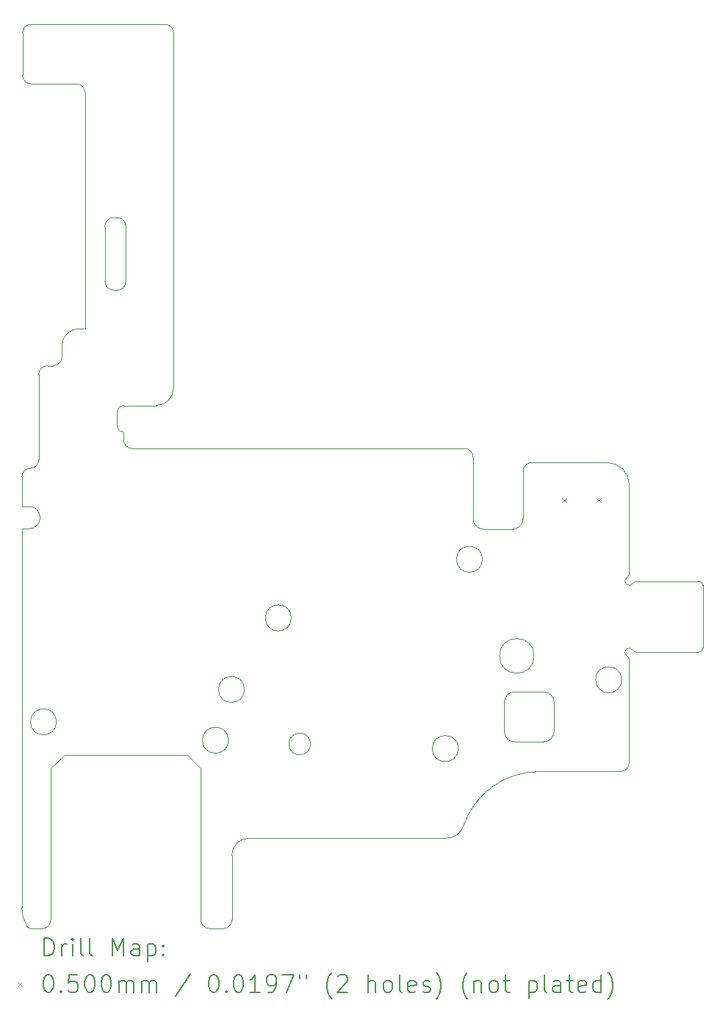
<source format=gbr>
%TF.GenerationSoftware,KiCad,Pcbnew,7.0.6*%
%TF.CreationDate,2024-03-31T21:54:28-07:00*%
%TF.ProjectId,retroglowplus_gbc,72657472-6f67-46c6-9f77-706c75735f67,rev?*%
%TF.SameCoordinates,Original*%
%TF.FileFunction,Drillmap*%
%TF.FilePolarity,Positive*%
%FSLAX45Y45*%
G04 Gerber Fmt 4.5, Leading zero omitted, Abs format (unit mm)*
G04 Created by KiCad (PCBNEW 7.0.6) date 2024-03-31 21:54:28*
%MOMM*%
%LPD*%
G01*
G04 APERTURE LIST*
%ADD10C,0.001000*%
%ADD11C,0.200000*%
%ADD12C,0.050000*%
G04 APERTURE END LIST*
D10*
X20756908Y-11747862D02*
G75*
G03*
X20631913Y-11622862I-124998J2D01*
G01*
X20546060Y-16239746D02*
X20546060Y-14097741D01*
X26106810Y-14213900D02*
G75*
G03*
X26226807Y-14333900I120000J0D01*
G01*
X26681810Y-13878900D02*
G75*
G03*
X26561807Y-13758900I-120000J0D01*
G01*
X26423370Y-11119040D02*
G75*
G03*
X26323370Y-11219040I-10J-99990D01*
G01*
X26512637Y-14676307D02*
G75*
G03*
X25634139Y-15307493I3J-926953D01*
G01*
X22611106Y-14640600D02*
X22453764Y-14483258D01*
X20946461Y-14103961D02*
G75*
G03*
X20946461Y-14103961I-150000J0D01*
G01*
X21274423Y-6856361D02*
X21274423Y-9575529D01*
X21746314Y-8395786D02*
G75*
G03*
X21646308Y-8295786I-100004J-4D01*
G01*
X20546060Y-11622862D02*
X20631913Y-11622862D01*
X21009659Y-9902867D02*
X21009659Y-9775529D01*
X27546060Y-13390189D02*
G75*
G03*
X27521060Y-13346888I-50000J-1D01*
G01*
X26561807Y-14333907D02*
G75*
G03*
X26681807Y-14213900I-7J120007D01*
G01*
X20756913Y-11747862D02*
X20756913Y-11756031D01*
X23113601Y-13731049D02*
G75*
G03*
X23113601Y-13731049I-150000J0D01*
G01*
X20881106Y-15390600D02*
X20881106Y-14640600D01*
X27446060Y-14676310D02*
G75*
G03*
X27546060Y-14576308I-10J100010D01*
G01*
X22867263Y-16486043D02*
G75*
G03*
X22967263Y-16386044I-3J100003D01*
G01*
X20654424Y-6070404D02*
X22195865Y-6070404D01*
X27589356Y-13278590D02*
G75*
G03*
X27632662Y-13303587I43304J25010D01*
G01*
X20742703Y-11085396D02*
X20742703Y-10102867D01*
X23167263Y-15443683D02*
G75*
G03*
X22967263Y-15643678I-3J-199997D01*
G01*
X22611106Y-16386044D02*
G75*
G03*
X22711106Y-16486044I100004J4D01*
G01*
X26226807Y-13758907D02*
G75*
G03*
X26106807Y-13878900I-7J-119993D01*
G01*
X22611106Y-15390600D02*
X22611106Y-14640600D01*
X28396060Y-12534276D02*
X28396060Y-13253587D01*
X27446060Y-14676308D02*
X26512637Y-14676308D01*
X20631913Y-11881033D02*
G75*
G03*
X20756913Y-11756031I-3J125003D01*
G01*
X21505074Y-9032726D02*
G75*
G03*
X21605070Y-9132726I99996J-4D01*
G01*
X21038447Y-14483258D02*
X22453764Y-14483258D01*
X25748376Y-11056254D02*
G75*
G03*
X25648370Y-10956254I-99996J4D01*
G01*
X21605070Y-8295790D02*
G75*
G03*
X21505070Y-8395786I0J-100000D01*
G01*
X26226807Y-13758900D02*
X26561807Y-13758900D01*
X21721228Y-10460298D02*
G75*
G03*
X21646228Y-10535305I2J-75002D01*
G01*
X20881106Y-15390600D02*
X20881106Y-16386044D01*
X27546060Y-13390189D02*
X27546060Y-14097741D01*
X20781106Y-16486036D02*
G75*
G03*
X20881106Y-16386044I4J99996D01*
G01*
X21821228Y-10956254D02*
X25648370Y-10956254D01*
X22295856Y-6170404D02*
G75*
G03*
X22195865Y-6070404I-99996J4D01*
G01*
X26561807Y-14333900D02*
X26226807Y-14333900D01*
X20546060Y-14097741D02*
X20546060Y-11881031D01*
X21746308Y-8395786D02*
X21746308Y-9032726D01*
X27521060Y-12440975D02*
G75*
G03*
X27546060Y-12397673I-24990J43295D01*
G01*
X20842703Y-10002867D02*
X20909659Y-10002867D01*
X21646308Y-9132726D02*
X21605070Y-9132726D01*
X21646225Y-10695305D02*
G75*
G03*
X21721228Y-10770305I75005J5D01*
G01*
X21646228Y-10535305D02*
X21646228Y-10695305D01*
X27459963Y-13619835D02*
G75*
G03*
X27459963Y-13619835I-150000J0D01*
G01*
X22611106Y-16386044D02*
X22611106Y-15390600D01*
X25748373Y-11764926D02*
G75*
G03*
X25868370Y-11884926I120007J7D01*
G01*
X20654424Y-6070403D02*
G75*
G03*
X20554424Y-6170404I-4J-99997D01*
G01*
X21209659Y-9575529D02*
X21274423Y-9575529D01*
X21605070Y-8295786D02*
X21646308Y-8295786D01*
X21646308Y-9132728D02*
G75*
G03*
X21746308Y-9032726I2J99998D01*
G01*
X20554424Y-6656361D02*
X20554424Y-6170404D01*
X21721228Y-10770305D02*
X21721228Y-10856254D01*
X26106807Y-14213900D02*
X26106807Y-13878900D01*
X21721226Y-10856254D02*
G75*
G03*
X21821228Y-10956254I100004J4D01*
G01*
X23652944Y-12906940D02*
G75*
G03*
X23652944Y-12906940I-150000J0D01*
G01*
X25577154Y-14412652D02*
G75*
G03*
X25577154Y-14412652I-150000J0D01*
G01*
X22095867Y-10460317D02*
G75*
G03*
X22295867Y-10260310I-7J200007D01*
G01*
X20646060Y-11185396D02*
X20642703Y-11185396D01*
X20546062Y-16239746D02*
G75*
G03*
X20608499Y-16462075I427048J-4D01*
G01*
X20842703Y-10002873D02*
G75*
G03*
X20742703Y-10102867I-3J-99997D01*
G01*
X20554419Y-6656361D02*
G75*
G03*
X20654424Y-6756361I100002J2D01*
G01*
X25855795Y-12232080D02*
G75*
G03*
X25855795Y-12232080I-150000J0D01*
G01*
X26451679Y-13344213D02*
G75*
G03*
X26451679Y-13344213I-200000J0D01*
G01*
X22867263Y-16486044D02*
X22711106Y-16486044D01*
X22928588Y-14315756D02*
G75*
G03*
X22928588Y-14315756I-150000J0D01*
G01*
X20546060Y-11369040D02*
X20546060Y-11622862D01*
X28346060Y-13303580D02*
G75*
G03*
X28396060Y-13253587I0J50000D01*
G01*
X28346060Y-13303587D02*
X27632662Y-13303587D01*
X20881106Y-14640600D02*
X21038447Y-14483258D01*
X21505070Y-9032726D02*
X21505070Y-8395786D01*
X20781106Y-16486044D02*
X20651188Y-16486044D01*
X20631913Y-11881031D02*
X20546060Y-11881031D01*
X20646060Y-11185400D02*
G75*
G03*
X20546060Y-11285396I0J-100000D01*
G01*
X20546060Y-11369040D02*
X20546060Y-11285396D01*
X26323370Y-11429926D02*
X26323370Y-11219040D01*
X28396064Y-12534276D02*
G75*
G03*
X28346060Y-12484276I-49994J6D01*
G01*
X26323370Y-11764926D02*
X26323370Y-11429926D01*
X25748370Y-11056254D02*
X25748370Y-11219040D01*
X20608498Y-16462075D02*
G75*
G03*
X20651188Y-16486044I42692J26035D01*
G01*
X25748370Y-11429926D02*
X25748370Y-11764926D01*
X27546060Y-11369040D02*
X27546060Y-12397673D01*
X20654424Y-6756361D02*
X21174423Y-6756361D01*
X22967263Y-15643678D02*
X22967263Y-16386044D01*
X27521056Y-12440968D02*
G75*
G03*
X27589361Y-12509276I25004J-43302D01*
G01*
X25444593Y-15443675D02*
G75*
G03*
X25634139Y-15307493I-3J200005D01*
G01*
X27632662Y-12484276D02*
X28346060Y-12484276D01*
X26203370Y-11884920D02*
G75*
G03*
X26323370Y-11764926I0J120000D01*
G01*
X25868370Y-11884926D02*
X26203370Y-11884926D01*
X26681807Y-13878900D02*
X26681807Y-14213900D01*
X27632662Y-12484275D02*
G75*
G03*
X27589361Y-12509276I-3J-49995D01*
G01*
X20909659Y-10002869D02*
G75*
G03*
X21009659Y-9902867I1J99999D01*
G01*
X22295865Y-6170404D02*
X22295867Y-10260310D01*
X25748370Y-11219040D02*
X25748370Y-11429926D01*
X20642703Y-11185403D02*
G75*
G03*
X20742703Y-11085396I-3J100003D01*
G01*
X23874793Y-14359062D02*
G75*
G03*
X23874793Y-14359062I-125000J0D01*
G01*
X21209659Y-9575529D02*
G75*
G03*
X21009659Y-9775529I1J-200001D01*
G01*
X27589358Y-13278589D02*
G75*
G03*
X27521060Y-13346888I-43298J-25001D01*
G01*
X27546060Y-14097741D02*
X27546060Y-14576308D01*
X26423370Y-11119040D02*
X27296060Y-11119040D01*
X27546060Y-11369040D02*
G75*
G03*
X27296060Y-11119040I-250000J0D01*
G01*
X25444593Y-15443678D02*
X23167263Y-15443678D01*
X21274419Y-6856361D02*
G75*
G03*
X21174423Y-6756361I-99999J2D01*
G01*
X22095865Y-10460305D02*
X21721228Y-10460305D01*
D11*
D12*
X26772660Y-11527310D02*
X26822660Y-11577310D01*
X26822660Y-11527310D02*
X26772660Y-11577310D01*
X27172660Y-11527310D02*
X27222660Y-11577310D01*
X27222660Y-11527310D02*
X27172660Y-11577310D01*
D11*
X20806787Y-16797578D02*
X20806787Y-16597578D01*
X20806787Y-16597578D02*
X20854406Y-16597578D01*
X20854406Y-16597578D02*
X20882977Y-16607102D01*
X20882977Y-16607102D02*
X20902025Y-16626149D01*
X20902025Y-16626149D02*
X20911549Y-16645197D01*
X20911549Y-16645197D02*
X20921073Y-16683292D01*
X20921073Y-16683292D02*
X20921073Y-16711863D01*
X20921073Y-16711863D02*
X20911549Y-16749959D01*
X20911549Y-16749959D02*
X20902025Y-16769006D01*
X20902025Y-16769006D02*
X20882977Y-16788054D01*
X20882977Y-16788054D02*
X20854406Y-16797578D01*
X20854406Y-16797578D02*
X20806787Y-16797578D01*
X21006787Y-16797578D02*
X21006787Y-16664244D01*
X21006787Y-16702340D02*
X21016311Y-16683292D01*
X21016311Y-16683292D02*
X21025834Y-16673768D01*
X21025834Y-16673768D02*
X21044882Y-16664244D01*
X21044882Y-16664244D02*
X21063930Y-16664244D01*
X21130596Y-16797578D02*
X21130596Y-16664244D01*
X21130596Y-16597578D02*
X21121073Y-16607102D01*
X21121073Y-16607102D02*
X21130596Y-16616625D01*
X21130596Y-16616625D02*
X21140120Y-16607102D01*
X21140120Y-16607102D02*
X21130596Y-16597578D01*
X21130596Y-16597578D02*
X21130596Y-16616625D01*
X21254406Y-16797578D02*
X21235358Y-16788054D01*
X21235358Y-16788054D02*
X21225834Y-16769006D01*
X21225834Y-16769006D02*
X21225834Y-16597578D01*
X21359168Y-16797578D02*
X21340120Y-16788054D01*
X21340120Y-16788054D02*
X21330596Y-16769006D01*
X21330596Y-16769006D02*
X21330596Y-16597578D01*
X21587739Y-16797578D02*
X21587739Y-16597578D01*
X21587739Y-16597578D02*
X21654406Y-16740435D01*
X21654406Y-16740435D02*
X21721073Y-16597578D01*
X21721073Y-16597578D02*
X21721073Y-16797578D01*
X21902025Y-16797578D02*
X21902025Y-16692816D01*
X21902025Y-16692816D02*
X21892501Y-16673768D01*
X21892501Y-16673768D02*
X21873454Y-16664244D01*
X21873454Y-16664244D02*
X21835358Y-16664244D01*
X21835358Y-16664244D02*
X21816311Y-16673768D01*
X21902025Y-16788054D02*
X21882977Y-16797578D01*
X21882977Y-16797578D02*
X21835358Y-16797578D01*
X21835358Y-16797578D02*
X21816311Y-16788054D01*
X21816311Y-16788054D02*
X21806787Y-16769006D01*
X21806787Y-16769006D02*
X21806787Y-16749959D01*
X21806787Y-16749959D02*
X21816311Y-16730911D01*
X21816311Y-16730911D02*
X21835358Y-16721387D01*
X21835358Y-16721387D02*
X21882977Y-16721387D01*
X21882977Y-16721387D02*
X21902025Y-16711863D01*
X21997263Y-16664244D02*
X21997263Y-16864244D01*
X21997263Y-16673768D02*
X22016311Y-16664244D01*
X22016311Y-16664244D02*
X22054406Y-16664244D01*
X22054406Y-16664244D02*
X22073454Y-16673768D01*
X22073454Y-16673768D02*
X22082977Y-16683292D01*
X22082977Y-16683292D02*
X22092501Y-16702340D01*
X22092501Y-16702340D02*
X22092501Y-16759482D01*
X22092501Y-16759482D02*
X22082977Y-16778530D01*
X22082977Y-16778530D02*
X22073454Y-16788054D01*
X22073454Y-16788054D02*
X22054406Y-16797578D01*
X22054406Y-16797578D02*
X22016311Y-16797578D01*
X22016311Y-16797578D02*
X21997263Y-16788054D01*
X22178215Y-16778530D02*
X22187739Y-16788054D01*
X22187739Y-16788054D02*
X22178215Y-16797578D01*
X22178215Y-16797578D02*
X22168692Y-16788054D01*
X22168692Y-16788054D02*
X22178215Y-16778530D01*
X22178215Y-16778530D02*
X22178215Y-16797578D01*
X22178215Y-16673768D02*
X22187739Y-16683292D01*
X22187739Y-16683292D02*
X22178215Y-16692816D01*
X22178215Y-16692816D02*
X22168692Y-16683292D01*
X22168692Y-16683292D02*
X22178215Y-16673768D01*
X22178215Y-16673768D02*
X22178215Y-16692816D01*
D12*
X20496010Y-17101094D02*
X20546010Y-17151094D01*
X20546010Y-17101094D02*
X20496010Y-17151094D01*
D11*
X20844882Y-17017578D02*
X20863930Y-17017578D01*
X20863930Y-17017578D02*
X20882977Y-17027102D01*
X20882977Y-17027102D02*
X20892501Y-17036625D01*
X20892501Y-17036625D02*
X20902025Y-17055673D01*
X20902025Y-17055673D02*
X20911549Y-17093768D01*
X20911549Y-17093768D02*
X20911549Y-17141387D01*
X20911549Y-17141387D02*
X20902025Y-17179483D01*
X20902025Y-17179483D02*
X20892501Y-17198530D01*
X20892501Y-17198530D02*
X20882977Y-17208054D01*
X20882977Y-17208054D02*
X20863930Y-17217578D01*
X20863930Y-17217578D02*
X20844882Y-17217578D01*
X20844882Y-17217578D02*
X20825834Y-17208054D01*
X20825834Y-17208054D02*
X20816311Y-17198530D01*
X20816311Y-17198530D02*
X20806787Y-17179483D01*
X20806787Y-17179483D02*
X20797263Y-17141387D01*
X20797263Y-17141387D02*
X20797263Y-17093768D01*
X20797263Y-17093768D02*
X20806787Y-17055673D01*
X20806787Y-17055673D02*
X20816311Y-17036625D01*
X20816311Y-17036625D02*
X20825834Y-17027102D01*
X20825834Y-17027102D02*
X20844882Y-17017578D01*
X20997263Y-17198530D02*
X21006787Y-17208054D01*
X21006787Y-17208054D02*
X20997263Y-17217578D01*
X20997263Y-17217578D02*
X20987739Y-17208054D01*
X20987739Y-17208054D02*
X20997263Y-17198530D01*
X20997263Y-17198530D02*
X20997263Y-17217578D01*
X21187739Y-17017578D02*
X21092501Y-17017578D01*
X21092501Y-17017578D02*
X21082977Y-17112816D01*
X21082977Y-17112816D02*
X21092501Y-17103292D01*
X21092501Y-17103292D02*
X21111549Y-17093768D01*
X21111549Y-17093768D02*
X21159168Y-17093768D01*
X21159168Y-17093768D02*
X21178215Y-17103292D01*
X21178215Y-17103292D02*
X21187739Y-17112816D01*
X21187739Y-17112816D02*
X21197263Y-17131864D01*
X21197263Y-17131864D02*
X21197263Y-17179483D01*
X21197263Y-17179483D02*
X21187739Y-17198530D01*
X21187739Y-17198530D02*
X21178215Y-17208054D01*
X21178215Y-17208054D02*
X21159168Y-17217578D01*
X21159168Y-17217578D02*
X21111549Y-17217578D01*
X21111549Y-17217578D02*
X21092501Y-17208054D01*
X21092501Y-17208054D02*
X21082977Y-17198530D01*
X21321073Y-17017578D02*
X21340120Y-17017578D01*
X21340120Y-17017578D02*
X21359168Y-17027102D01*
X21359168Y-17027102D02*
X21368692Y-17036625D01*
X21368692Y-17036625D02*
X21378215Y-17055673D01*
X21378215Y-17055673D02*
X21387739Y-17093768D01*
X21387739Y-17093768D02*
X21387739Y-17141387D01*
X21387739Y-17141387D02*
X21378215Y-17179483D01*
X21378215Y-17179483D02*
X21368692Y-17198530D01*
X21368692Y-17198530D02*
X21359168Y-17208054D01*
X21359168Y-17208054D02*
X21340120Y-17217578D01*
X21340120Y-17217578D02*
X21321073Y-17217578D01*
X21321073Y-17217578D02*
X21302025Y-17208054D01*
X21302025Y-17208054D02*
X21292501Y-17198530D01*
X21292501Y-17198530D02*
X21282977Y-17179483D01*
X21282977Y-17179483D02*
X21273454Y-17141387D01*
X21273454Y-17141387D02*
X21273454Y-17093768D01*
X21273454Y-17093768D02*
X21282977Y-17055673D01*
X21282977Y-17055673D02*
X21292501Y-17036625D01*
X21292501Y-17036625D02*
X21302025Y-17027102D01*
X21302025Y-17027102D02*
X21321073Y-17017578D01*
X21511549Y-17017578D02*
X21530596Y-17017578D01*
X21530596Y-17017578D02*
X21549644Y-17027102D01*
X21549644Y-17027102D02*
X21559168Y-17036625D01*
X21559168Y-17036625D02*
X21568692Y-17055673D01*
X21568692Y-17055673D02*
X21578215Y-17093768D01*
X21578215Y-17093768D02*
X21578215Y-17141387D01*
X21578215Y-17141387D02*
X21568692Y-17179483D01*
X21568692Y-17179483D02*
X21559168Y-17198530D01*
X21559168Y-17198530D02*
X21549644Y-17208054D01*
X21549644Y-17208054D02*
X21530596Y-17217578D01*
X21530596Y-17217578D02*
X21511549Y-17217578D01*
X21511549Y-17217578D02*
X21492501Y-17208054D01*
X21492501Y-17208054D02*
X21482977Y-17198530D01*
X21482977Y-17198530D02*
X21473454Y-17179483D01*
X21473454Y-17179483D02*
X21463930Y-17141387D01*
X21463930Y-17141387D02*
X21463930Y-17093768D01*
X21463930Y-17093768D02*
X21473454Y-17055673D01*
X21473454Y-17055673D02*
X21482977Y-17036625D01*
X21482977Y-17036625D02*
X21492501Y-17027102D01*
X21492501Y-17027102D02*
X21511549Y-17017578D01*
X21663930Y-17217578D02*
X21663930Y-17084244D01*
X21663930Y-17103292D02*
X21673454Y-17093768D01*
X21673454Y-17093768D02*
X21692501Y-17084244D01*
X21692501Y-17084244D02*
X21721073Y-17084244D01*
X21721073Y-17084244D02*
X21740120Y-17093768D01*
X21740120Y-17093768D02*
X21749644Y-17112816D01*
X21749644Y-17112816D02*
X21749644Y-17217578D01*
X21749644Y-17112816D02*
X21759168Y-17093768D01*
X21759168Y-17093768D02*
X21778215Y-17084244D01*
X21778215Y-17084244D02*
X21806787Y-17084244D01*
X21806787Y-17084244D02*
X21825835Y-17093768D01*
X21825835Y-17093768D02*
X21835358Y-17112816D01*
X21835358Y-17112816D02*
X21835358Y-17217578D01*
X21930596Y-17217578D02*
X21930596Y-17084244D01*
X21930596Y-17103292D02*
X21940120Y-17093768D01*
X21940120Y-17093768D02*
X21959168Y-17084244D01*
X21959168Y-17084244D02*
X21987739Y-17084244D01*
X21987739Y-17084244D02*
X22006787Y-17093768D01*
X22006787Y-17093768D02*
X22016311Y-17112816D01*
X22016311Y-17112816D02*
X22016311Y-17217578D01*
X22016311Y-17112816D02*
X22025835Y-17093768D01*
X22025835Y-17093768D02*
X22044882Y-17084244D01*
X22044882Y-17084244D02*
X22073454Y-17084244D01*
X22073454Y-17084244D02*
X22092501Y-17093768D01*
X22092501Y-17093768D02*
X22102025Y-17112816D01*
X22102025Y-17112816D02*
X22102025Y-17217578D01*
X22492501Y-17008054D02*
X22321073Y-17265197D01*
X22749644Y-17017578D02*
X22768692Y-17017578D01*
X22768692Y-17017578D02*
X22787739Y-17027102D01*
X22787739Y-17027102D02*
X22797263Y-17036625D01*
X22797263Y-17036625D02*
X22806787Y-17055673D01*
X22806787Y-17055673D02*
X22816311Y-17093768D01*
X22816311Y-17093768D02*
X22816311Y-17141387D01*
X22816311Y-17141387D02*
X22806787Y-17179483D01*
X22806787Y-17179483D02*
X22797263Y-17198530D01*
X22797263Y-17198530D02*
X22787739Y-17208054D01*
X22787739Y-17208054D02*
X22768692Y-17217578D01*
X22768692Y-17217578D02*
X22749644Y-17217578D01*
X22749644Y-17217578D02*
X22730596Y-17208054D01*
X22730596Y-17208054D02*
X22721073Y-17198530D01*
X22721073Y-17198530D02*
X22711549Y-17179483D01*
X22711549Y-17179483D02*
X22702025Y-17141387D01*
X22702025Y-17141387D02*
X22702025Y-17093768D01*
X22702025Y-17093768D02*
X22711549Y-17055673D01*
X22711549Y-17055673D02*
X22721073Y-17036625D01*
X22721073Y-17036625D02*
X22730596Y-17027102D01*
X22730596Y-17027102D02*
X22749644Y-17017578D01*
X22902025Y-17198530D02*
X22911549Y-17208054D01*
X22911549Y-17208054D02*
X22902025Y-17217578D01*
X22902025Y-17217578D02*
X22892501Y-17208054D01*
X22892501Y-17208054D02*
X22902025Y-17198530D01*
X22902025Y-17198530D02*
X22902025Y-17217578D01*
X23035358Y-17017578D02*
X23054406Y-17017578D01*
X23054406Y-17017578D02*
X23073454Y-17027102D01*
X23073454Y-17027102D02*
X23082977Y-17036625D01*
X23082977Y-17036625D02*
X23092501Y-17055673D01*
X23092501Y-17055673D02*
X23102025Y-17093768D01*
X23102025Y-17093768D02*
X23102025Y-17141387D01*
X23102025Y-17141387D02*
X23092501Y-17179483D01*
X23092501Y-17179483D02*
X23082977Y-17198530D01*
X23082977Y-17198530D02*
X23073454Y-17208054D01*
X23073454Y-17208054D02*
X23054406Y-17217578D01*
X23054406Y-17217578D02*
X23035358Y-17217578D01*
X23035358Y-17217578D02*
X23016311Y-17208054D01*
X23016311Y-17208054D02*
X23006787Y-17198530D01*
X23006787Y-17198530D02*
X22997263Y-17179483D01*
X22997263Y-17179483D02*
X22987739Y-17141387D01*
X22987739Y-17141387D02*
X22987739Y-17093768D01*
X22987739Y-17093768D02*
X22997263Y-17055673D01*
X22997263Y-17055673D02*
X23006787Y-17036625D01*
X23006787Y-17036625D02*
X23016311Y-17027102D01*
X23016311Y-17027102D02*
X23035358Y-17017578D01*
X23292501Y-17217578D02*
X23178216Y-17217578D01*
X23235358Y-17217578D02*
X23235358Y-17017578D01*
X23235358Y-17017578D02*
X23216311Y-17046149D01*
X23216311Y-17046149D02*
X23197263Y-17065197D01*
X23197263Y-17065197D02*
X23178216Y-17074721D01*
X23387739Y-17217578D02*
X23425835Y-17217578D01*
X23425835Y-17217578D02*
X23444882Y-17208054D01*
X23444882Y-17208054D02*
X23454406Y-17198530D01*
X23454406Y-17198530D02*
X23473454Y-17169959D01*
X23473454Y-17169959D02*
X23482977Y-17131864D01*
X23482977Y-17131864D02*
X23482977Y-17055673D01*
X23482977Y-17055673D02*
X23473454Y-17036625D01*
X23473454Y-17036625D02*
X23463930Y-17027102D01*
X23463930Y-17027102D02*
X23444882Y-17017578D01*
X23444882Y-17017578D02*
X23406787Y-17017578D01*
X23406787Y-17017578D02*
X23387739Y-17027102D01*
X23387739Y-17027102D02*
X23378216Y-17036625D01*
X23378216Y-17036625D02*
X23368692Y-17055673D01*
X23368692Y-17055673D02*
X23368692Y-17103292D01*
X23368692Y-17103292D02*
X23378216Y-17122340D01*
X23378216Y-17122340D02*
X23387739Y-17131864D01*
X23387739Y-17131864D02*
X23406787Y-17141387D01*
X23406787Y-17141387D02*
X23444882Y-17141387D01*
X23444882Y-17141387D02*
X23463930Y-17131864D01*
X23463930Y-17131864D02*
X23473454Y-17122340D01*
X23473454Y-17122340D02*
X23482977Y-17103292D01*
X23549644Y-17017578D02*
X23682977Y-17017578D01*
X23682977Y-17017578D02*
X23597263Y-17217578D01*
X23749644Y-17017578D02*
X23749644Y-17055673D01*
X23825835Y-17017578D02*
X23825835Y-17055673D01*
X24121073Y-17293768D02*
X24111549Y-17284244D01*
X24111549Y-17284244D02*
X24092501Y-17255673D01*
X24092501Y-17255673D02*
X24082978Y-17236625D01*
X24082978Y-17236625D02*
X24073454Y-17208054D01*
X24073454Y-17208054D02*
X24063930Y-17160435D01*
X24063930Y-17160435D02*
X24063930Y-17122340D01*
X24063930Y-17122340D02*
X24073454Y-17074721D01*
X24073454Y-17074721D02*
X24082978Y-17046149D01*
X24082978Y-17046149D02*
X24092501Y-17027102D01*
X24092501Y-17027102D02*
X24111549Y-16998530D01*
X24111549Y-16998530D02*
X24121073Y-16989006D01*
X24187739Y-17036625D02*
X24197263Y-17027102D01*
X24197263Y-17027102D02*
X24216311Y-17017578D01*
X24216311Y-17017578D02*
X24263930Y-17017578D01*
X24263930Y-17017578D02*
X24282978Y-17027102D01*
X24282978Y-17027102D02*
X24292501Y-17036625D01*
X24292501Y-17036625D02*
X24302025Y-17055673D01*
X24302025Y-17055673D02*
X24302025Y-17074721D01*
X24302025Y-17074721D02*
X24292501Y-17103292D01*
X24292501Y-17103292D02*
X24178216Y-17217578D01*
X24178216Y-17217578D02*
X24302025Y-17217578D01*
X24540120Y-17217578D02*
X24540120Y-17017578D01*
X24625835Y-17217578D02*
X24625835Y-17112816D01*
X24625835Y-17112816D02*
X24616311Y-17093768D01*
X24616311Y-17093768D02*
X24597263Y-17084244D01*
X24597263Y-17084244D02*
X24568692Y-17084244D01*
X24568692Y-17084244D02*
X24549644Y-17093768D01*
X24549644Y-17093768D02*
X24540120Y-17103292D01*
X24749644Y-17217578D02*
X24730597Y-17208054D01*
X24730597Y-17208054D02*
X24721073Y-17198530D01*
X24721073Y-17198530D02*
X24711549Y-17179483D01*
X24711549Y-17179483D02*
X24711549Y-17122340D01*
X24711549Y-17122340D02*
X24721073Y-17103292D01*
X24721073Y-17103292D02*
X24730597Y-17093768D01*
X24730597Y-17093768D02*
X24749644Y-17084244D01*
X24749644Y-17084244D02*
X24778216Y-17084244D01*
X24778216Y-17084244D02*
X24797263Y-17093768D01*
X24797263Y-17093768D02*
X24806787Y-17103292D01*
X24806787Y-17103292D02*
X24816311Y-17122340D01*
X24816311Y-17122340D02*
X24816311Y-17179483D01*
X24816311Y-17179483D02*
X24806787Y-17198530D01*
X24806787Y-17198530D02*
X24797263Y-17208054D01*
X24797263Y-17208054D02*
X24778216Y-17217578D01*
X24778216Y-17217578D02*
X24749644Y-17217578D01*
X24930597Y-17217578D02*
X24911549Y-17208054D01*
X24911549Y-17208054D02*
X24902025Y-17189006D01*
X24902025Y-17189006D02*
X24902025Y-17017578D01*
X25082978Y-17208054D02*
X25063930Y-17217578D01*
X25063930Y-17217578D02*
X25025835Y-17217578D01*
X25025835Y-17217578D02*
X25006787Y-17208054D01*
X25006787Y-17208054D02*
X24997263Y-17189006D01*
X24997263Y-17189006D02*
X24997263Y-17112816D01*
X24997263Y-17112816D02*
X25006787Y-17093768D01*
X25006787Y-17093768D02*
X25025835Y-17084244D01*
X25025835Y-17084244D02*
X25063930Y-17084244D01*
X25063930Y-17084244D02*
X25082978Y-17093768D01*
X25082978Y-17093768D02*
X25092501Y-17112816D01*
X25092501Y-17112816D02*
X25092501Y-17131864D01*
X25092501Y-17131864D02*
X24997263Y-17150911D01*
X25168692Y-17208054D02*
X25187740Y-17217578D01*
X25187740Y-17217578D02*
X25225835Y-17217578D01*
X25225835Y-17217578D02*
X25244882Y-17208054D01*
X25244882Y-17208054D02*
X25254406Y-17189006D01*
X25254406Y-17189006D02*
X25254406Y-17179483D01*
X25254406Y-17179483D02*
X25244882Y-17160435D01*
X25244882Y-17160435D02*
X25225835Y-17150911D01*
X25225835Y-17150911D02*
X25197263Y-17150911D01*
X25197263Y-17150911D02*
X25178216Y-17141387D01*
X25178216Y-17141387D02*
X25168692Y-17122340D01*
X25168692Y-17122340D02*
X25168692Y-17112816D01*
X25168692Y-17112816D02*
X25178216Y-17093768D01*
X25178216Y-17093768D02*
X25197263Y-17084244D01*
X25197263Y-17084244D02*
X25225835Y-17084244D01*
X25225835Y-17084244D02*
X25244882Y-17093768D01*
X25321073Y-17293768D02*
X25330597Y-17284244D01*
X25330597Y-17284244D02*
X25349644Y-17255673D01*
X25349644Y-17255673D02*
X25359168Y-17236625D01*
X25359168Y-17236625D02*
X25368692Y-17208054D01*
X25368692Y-17208054D02*
X25378216Y-17160435D01*
X25378216Y-17160435D02*
X25378216Y-17122340D01*
X25378216Y-17122340D02*
X25368692Y-17074721D01*
X25368692Y-17074721D02*
X25359168Y-17046149D01*
X25359168Y-17046149D02*
X25349644Y-17027102D01*
X25349644Y-17027102D02*
X25330597Y-16998530D01*
X25330597Y-16998530D02*
X25321073Y-16989006D01*
X25682978Y-17293768D02*
X25673454Y-17284244D01*
X25673454Y-17284244D02*
X25654406Y-17255673D01*
X25654406Y-17255673D02*
X25644882Y-17236625D01*
X25644882Y-17236625D02*
X25635359Y-17208054D01*
X25635359Y-17208054D02*
X25625835Y-17160435D01*
X25625835Y-17160435D02*
X25625835Y-17122340D01*
X25625835Y-17122340D02*
X25635359Y-17074721D01*
X25635359Y-17074721D02*
X25644882Y-17046149D01*
X25644882Y-17046149D02*
X25654406Y-17027102D01*
X25654406Y-17027102D02*
X25673454Y-16998530D01*
X25673454Y-16998530D02*
X25682978Y-16989006D01*
X25759168Y-17084244D02*
X25759168Y-17217578D01*
X25759168Y-17103292D02*
X25768692Y-17093768D01*
X25768692Y-17093768D02*
X25787740Y-17084244D01*
X25787740Y-17084244D02*
X25816311Y-17084244D01*
X25816311Y-17084244D02*
X25835359Y-17093768D01*
X25835359Y-17093768D02*
X25844882Y-17112816D01*
X25844882Y-17112816D02*
X25844882Y-17217578D01*
X25968692Y-17217578D02*
X25949644Y-17208054D01*
X25949644Y-17208054D02*
X25940121Y-17198530D01*
X25940121Y-17198530D02*
X25930597Y-17179483D01*
X25930597Y-17179483D02*
X25930597Y-17122340D01*
X25930597Y-17122340D02*
X25940121Y-17103292D01*
X25940121Y-17103292D02*
X25949644Y-17093768D01*
X25949644Y-17093768D02*
X25968692Y-17084244D01*
X25968692Y-17084244D02*
X25997263Y-17084244D01*
X25997263Y-17084244D02*
X26016311Y-17093768D01*
X26016311Y-17093768D02*
X26025835Y-17103292D01*
X26025835Y-17103292D02*
X26035359Y-17122340D01*
X26035359Y-17122340D02*
X26035359Y-17179483D01*
X26035359Y-17179483D02*
X26025835Y-17198530D01*
X26025835Y-17198530D02*
X26016311Y-17208054D01*
X26016311Y-17208054D02*
X25997263Y-17217578D01*
X25997263Y-17217578D02*
X25968692Y-17217578D01*
X26092502Y-17084244D02*
X26168692Y-17084244D01*
X26121073Y-17017578D02*
X26121073Y-17189006D01*
X26121073Y-17189006D02*
X26130597Y-17208054D01*
X26130597Y-17208054D02*
X26149644Y-17217578D01*
X26149644Y-17217578D02*
X26168692Y-17217578D01*
X26387740Y-17084244D02*
X26387740Y-17284244D01*
X26387740Y-17093768D02*
X26406787Y-17084244D01*
X26406787Y-17084244D02*
X26444883Y-17084244D01*
X26444883Y-17084244D02*
X26463930Y-17093768D01*
X26463930Y-17093768D02*
X26473454Y-17103292D01*
X26473454Y-17103292D02*
X26482978Y-17122340D01*
X26482978Y-17122340D02*
X26482978Y-17179483D01*
X26482978Y-17179483D02*
X26473454Y-17198530D01*
X26473454Y-17198530D02*
X26463930Y-17208054D01*
X26463930Y-17208054D02*
X26444883Y-17217578D01*
X26444883Y-17217578D02*
X26406787Y-17217578D01*
X26406787Y-17217578D02*
X26387740Y-17208054D01*
X26597263Y-17217578D02*
X26578216Y-17208054D01*
X26578216Y-17208054D02*
X26568692Y-17189006D01*
X26568692Y-17189006D02*
X26568692Y-17017578D01*
X26759168Y-17217578D02*
X26759168Y-17112816D01*
X26759168Y-17112816D02*
X26749644Y-17093768D01*
X26749644Y-17093768D02*
X26730597Y-17084244D01*
X26730597Y-17084244D02*
X26692502Y-17084244D01*
X26692502Y-17084244D02*
X26673454Y-17093768D01*
X26759168Y-17208054D02*
X26740121Y-17217578D01*
X26740121Y-17217578D02*
X26692502Y-17217578D01*
X26692502Y-17217578D02*
X26673454Y-17208054D01*
X26673454Y-17208054D02*
X26663930Y-17189006D01*
X26663930Y-17189006D02*
X26663930Y-17169959D01*
X26663930Y-17169959D02*
X26673454Y-17150911D01*
X26673454Y-17150911D02*
X26692502Y-17141387D01*
X26692502Y-17141387D02*
X26740121Y-17141387D01*
X26740121Y-17141387D02*
X26759168Y-17131864D01*
X26825835Y-17084244D02*
X26902025Y-17084244D01*
X26854406Y-17017578D02*
X26854406Y-17189006D01*
X26854406Y-17189006D02*
X26863930Y-17208054D01*
X26863930Y-17208054D02*
X26882978Y-17217578D01*
X26882978Y-17217578D02*
X26902025Y-17217578D01*
X27044883Y-17208054D02*
X27025835Y-17217578D01*
X27025835Y-17217578D02*
X26987740Y-17217578D01*
X26987740Y-17217578D02*
X26968692Y-17208054D01*
X26968692Y-17208054D02*
X26959168Y-17189006D01*
X26959168Y-17189006D02*
X26959168Y-17112816D01*
X26959168Y-17112816D02*
X26968692Y-17093768D01*
X26968692Y-17093768D02*
X26987740Y-17084244D01*
X26987740Y-17084244D02*
X27025835Y-17084244D01*
X27025835Y-17084244D02*
X27044883Y-17093768D01*
X27044883Y-17093768D02*
X27054406Y-17112816D01*
X27054406Y-17112816D02*
X27054406Y-17131864D01*
X27054406Y-17131864D02*
X26959168Y-17150911D01*
X27225835Y-17217578D02*
X27225835Y-17017578D01*
X27225835Y-17208054D02*
X27206787Y-17217578D01*
X27206787Y-17217578D02*
X27168692Y-17217578D01*
X27168692Y-17217578D02*
X27149644Y-17208054D01*
X27149644Y-17208054D02*
X27140121Y-17198530D01*
X27140121Y-17198530D02*
X27130597Y-17179483D01*
X27130597Y-17179483D02*
X27130597Y-17122340D01*
X27130597Y-17122340D02*
X27140121Y-17103292D01*
X27140121Y-17103292D02*
X27149644Y-17093768D01*
X27149644Y-17093768D02*
X27168692Y-17084244D01*
X27168692Y-17084244D02*
X27206787Y-17084244D01*
X27206787Y-17084244D02*
X27225835Y-17093768D01*
X27302025Y-17293768D02*
X27311549Y-17284244D01*
X27311549Y-17284244D02*
X27330597Y-17255673D01*
X27330597Y-17255673D02*
X27340121Y-17236625D01*
X27340121Y-17236625D02*
X27349644Y-17208054D01*
X27349644Y-17208054D02*
X27359168Y-17160435D01*
X27359168Y-17160435D02*
X27359168Y-17122340D01*
X27359168Y-17122340D02*
X27349644Y-17074721D01*
X27349644Y-17074721D02*
X27340121Y-17046149D01*
X27340121Y-17046149D02*
X27330597Y-17027102D01*
X27330597Y-17027102D02*
X27311549Y-16998530D01*
X27311549Y-16998530D02*
X27302025Y-16989006D01*
M02*

</source>
